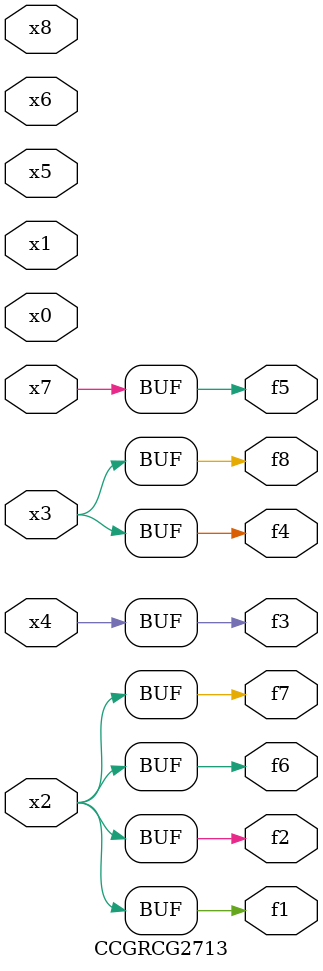
<source format=v>
module CCGRCG2713(
	input x0, x1, x2, x3, x4, x5, x6, x7, x8,
	output f1, f2, f3, f4, f5, f6, f7, f8
);
	assign f1 = x2;
	assign f2 = x2;
	assign f3 = x4;
	assign f4 = x3;
	assign f5 = x7;
	assign f6 = x2;
	assign f7 = x2;
	assign f8 = x3;
endmodule

</source>
